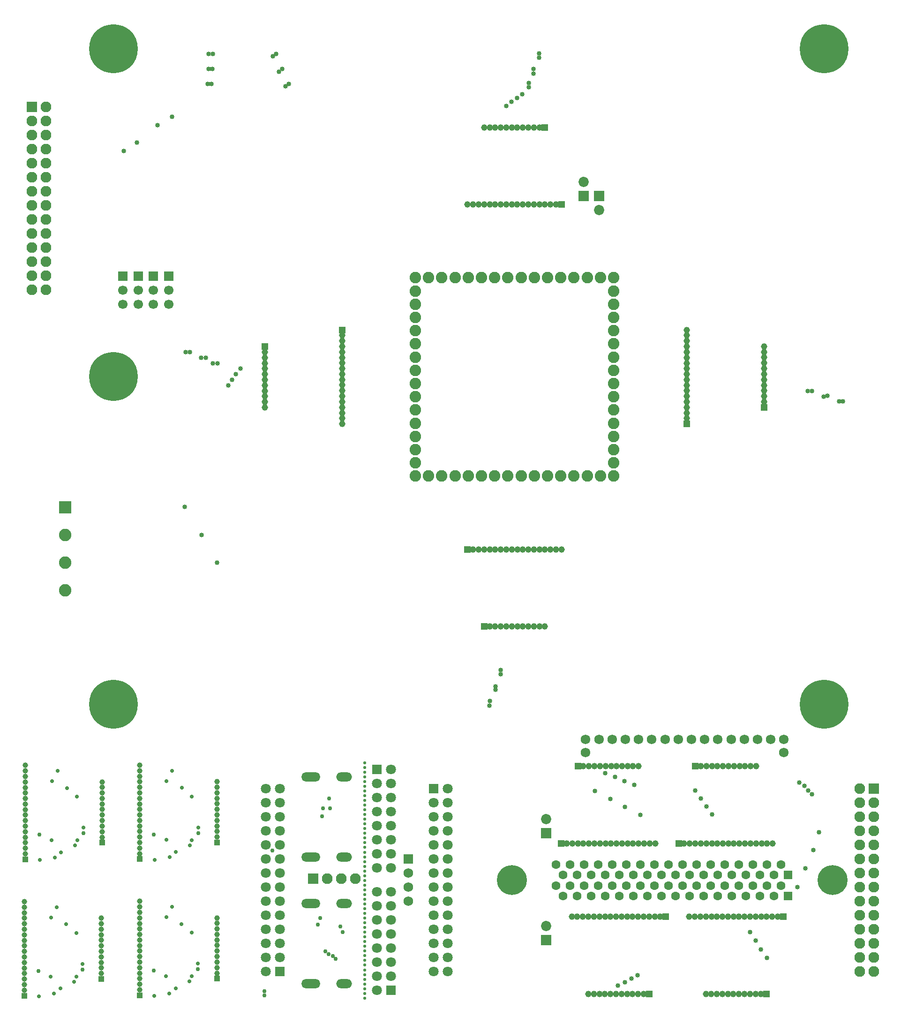
<source format=gbs>
G04*
G04 #@! TF.GenerationSoftware,Altium Limited,Altium Designer,20.0.14 (345)*
G04*
G04 Layer_Color=16711935*
%FSLAX25Y25*%
%MOIN*%
G70*
G01*
G75*
%ADD48C,0.07677*%
%ADD74C,0.02165*%
%ADD75C,0.06791*%
%ADD76C,0.03937*%
%ADD77R,0.03937X0.03937*%
%ADD78C,0.02756*%
%ADD79C,0.02953*%
%ADD80C,0.04528*%
%ADD81R,0.04528X0.04528*%
%ADD82C,0.07284*%
%ADD83R,0.07284X0.07284*%
%ADD84C,0.07677*%
%ADD85R,0.07677X0.07677*%
%ADD86R,0.06331X0.06331*%
%ADD87C,0.21260*%
%ADD88C,0.06331*%
%ADD89C,0.03347*%
%ADD90C,0.06890*%
%ADD91R,0.06890X0.06890*%
%ADD92C,0.07087*%
%ADD93R,0.07087X0.07087*%
%ADD94R,0.07677X0.07677*%
%ADD95O,0.13583X0.06496*%
%ADD96O,0.11221X0.06496*%
%ADD97C,0.08858*%
%ADD98R,0.08858X0.08858*%
%ADD99R,0.04528X0.04528*%
%ADD100C,0.08181*%
%ADD101R,0.06693X0.06693*%
%ADD102C,0.06693*%
%ADD103C,0.34646*%
D48*
X239266Y85688D02*
D03*
X229266D02*
D03*
X219266D02*
D03*
D74*
X246000Y10917D02*
D03*
Y7571D02*
D03*
Y4224D02*
D03*
Y878D02*
D03*
Y168201D02*
D03*
Y164854D02*
D03*
Y161508D02*
D03*
Y158161D02*
D03*
Y154815D02*
D03*
Y151469D02*
D03*
Y148122D02*
D03*
Y144776D02*
D03*
Y141429D02*
D03*
Y138083D02*
D03*
Y134736D02*
D03*
D03*
D03*
Y131390D02*
D03*
Y128043D02*
D03*
Y74500D02*
D03*
Y77846D02*
D03*
Y81193D02*
D03*
Y84539D02*
D03*
Y87886D02*
D03*
Y91232D02*
D03*
Y94579D02*
D03*
Y97925D02*
D03*
Y101272D02*
D03*
Y104618D02*
D03*
Y107965D02*
D03*
Y111311D02*
D03*
Y114657D02*
D03*
Y118004D02*
D03*
Y121350D02*
D03*
Y124697D02*
D03*
Y30996D02*
D03*
Y27650D02*
D03*
Y24303D02*
D03*
Y20957D02*
D03*
Y17610D02*
D03*
Y14264D02*
D03*
Y10917D02*
D03*
Y34343D02*
D03*
Y37689D02*
D03*
Y41035D02*
D03*
D03*
D03*
Y44382D02*
D03*
Y47728D02*
D03*
Y51075D02*
D03*
Y54421D02*
D03*
Y57768D02*
D03*
Y61114D02*
D03*
Y64461D02*
D03*
Y67807D02*
D03*
Y71153D02*
D03*
Y74500D02*
D03*
D75*
X515988Y184734D02*
D03*
X450188D02*
D03*
X412588D02*
D03*
X544188D02*
D03*
X506588D02*
D03*
X478388D02*
D03*
X544188Y175334D02*
D03*
X403188Y184734D02*
D03*
X440788D02*
D03*
X431388D02*
D03*
X421988D02*
D03*
X468988D02*
D03*
X459588D02*
D03*
X497188D02*
D03*
X487788D02*
D03*
X534788D02*
D03*
X525388D02*
D03*
X403188Y175334D02*
D03*
D76*
X86241Y166513D02*
D03*
Y162576D02*
D03*
Y158593D02*
D03*
Y154656D02*
D03*
Y150719D02*
D03*
Y146782D02*
D03*
Y138908D02*
D03*
Y142845D02*
D03*
Y103566D02*
D03*
Y107503D02*
D03*
Y111440D02*
D03*
Y115377D02*
D03*
Y119314D02*
D03*
Y123251D02*
D03*
Y127188D02*
D03*
Y131125D02*
D03*
Y135062D02*
D03*
X141158Y150742D02*
D03*
Y154679D02*
D03*
Y115400D02*
D03*
Y119336D02*
D03*
Y123274D02*
D03*
Y127210D02*
D03*
Y131148D02*
D03*
Y135084D02*
D03*
Y139022D02*
D03*
Y142959D02*
D03*
Y146896D02*
D03*
X4588Y166403D02*
D03*
Y162467D02*
D03*
Y158484D02*
D03*
Y154547D02*
D03*
Y150610D02*
D03*
Y146673D02*
D03*
Y138799D02*
D03*
Y142736D02*
D03*
Y103457D02*
D03*
Y107394D02*
D03*
Y111331D02*
D03*
Y115268D02*
D03*
Y119205D02*
D03*
Y123142D02*
D03*
Y127079D02*
D03*
Y131016D02*
D03*
Y134953D02*
D03*
X59505Y150633D02*
D03*
Y154570D02*
D03*
Y115290D02*
D03*
Y119227D02*
D03*
Y123164D02*
D03*
Y127101D02*
D03*
Y131038D02*
D03*
Y134975D02*
D03*
Y138912D02*
D03*
Y142849D02*
D03*
Y146786D02*
D03*
X3964Y69485D02*
D03*
Y65548D02*
D03*
Y61566D02*
D03*
Y57628D02*
D03*
Y53691D02*
D03*
Y49754D02*
D03*
Y41880D02*
D03*
Y45817D02*
D03*
Y6538D02*
D03*
Y10475D02*
D03*
Y14412D02*
D03*
Y18349D02*
D03*
Y22286D02*
D03*
Y26223D02*
D03*
Y30160D02*
D03*
Y34097D02*
D03*
Y38034D02*
D03*
X58881Y53714D02*
D03*
Y57651D02*
D03*
Y18372D02*
D03*
Y22309D02*
D03*
Y26246D02*
D03*
Y30183D02*
D03*
Y34120D02*
D03*
Y38057D02*
D03*
Y41994D02*
D03*
Y45931D02*
D03*
Y49868D02*
D03*
X86033Y69737D02*
D03*
Y65800D02*
D03*
Y61818D02*
D03*
Y57881D02*
D03*
Y53944D02*
D03*
Y50007D02*
D03*
Y42133D02*
D03*
Y46070D02*
D03*
Y6790D02*
D03*
Y10727D02*
D03*
Y14664D02*
D03*
Y18601D02*
D03*
Y22538D02*
D03*
Y26475D02*
D03*
Y30412D02*
D03*
Y34349D02*
D03*
Y38286D02*
D03*
X140950Y53966D02*
D03*
Y57903D02*
D03*
Y18624D02*
D03*
Y22561D02*
D03*
Y26498D02*
D03*
Y30435D02*
D03*
Y34372D02*
D03*
Y38309D02*
D03*
Y42246D02*
D03*
Y46183D02*
D03*
Y50120D02*
D03*
D77*
X86241Y99629D02*
D03*
X141158Y111462D02*
D03*
X4588Y99520D02*
D03*
X59505Y111353D02*
D03*
X3964Y2601D02*
D03*
X58881Y14435D02*
D03*
X86033Y2853D02*
D03*
X140950Y14687D02*
D03*
D78*
X105241Y155078D02*
D03*
X109241Y162578D02*
D03*
X123241Y113078D02*
D03*
X116044Y150381D02*
D03*
X105098Y113318D02*
D03*
X96741Y99235D02*
D03*
X111886Y104723D02*
D03*
X107272Y101047D02*
D03*
X121741Y109578D02*
D03*
X127741Y122078D02*
D03*
X123217Y144243D02*
D03*
X23588Y154968D02*
D03*
X27588Y162468D02*
D03*
X41588Y112968D02*
D03*
X34391Y150272D02*
D03*
X23446Y113209D02*
D03*
X15088Y99126D02*
D03*
X30234Y104614D02*
D03*
X25619Y100937D02*
D03*
X40088Y109468D02*
D03*
X46088Y121968D02*
D03*
X41564Y144133D02*
D03*
X22964Y58050D02*
D03*
X26964Y65550D02*
D03*
X40964Y16050D02*
D03*
X33767Y53353D02*
D03*
X22822Y16290D02*
D03*
X14464Y2207D02*
D03*
X29610Y7695D02*
D03*
X24995Y4019D02*
D03*
X39464Y12550D02*
D03*
X45464Y25050D02*
D03*
X40940Y47215D02*
D03*
X105033Y58302D02*
D03*
X109033Y65802D02*
D03*
X123033Y16302D02*
D03*
X115836Y53605D02*
D03*
X104891Y16542D02*
D03*
X96533Y2459D02*
D03*
X111678Y7948D02*
D03*
X107064Y4271D02*
D03*
X121533Y12802D02*
D03*
X127533Y25302D02*
D03*
X123009Y47467D02*
D03*
D79*
X96241Y117078D02*
D03*
X127741Y118078D02*
D03*
X14588Y116968D02*
D03*
X46088Y117968D02*
D03*
X13964Y20050D02*
D03*
X45464Y21050D02*
D03*
X174766Y2688D02*
D03*
Y5688D02*
D03*
X215766Y130188D02*
D03*
X220766Y142688D02*
D03*
X221266Y135688D02*
D03*
X212766Y53188D02*
D03*
X214266Y57688D02*
D03*
X180266Y105707D02*
D03*
X225266Y28688D02*
D03*
X223266Y30688D02*
D03*
X220266Y32188D02*
D03*
X218050Y33971D02*
D03*
X228766Y51688D02*
D03*
X230266Y47688D02*
D03*
X216266Y135688D02*
D03*
X96033Y20302D02*
D03*
X127533Y21302D02*
D03*
D80*
X452676Y110724D02*
D03*
X448739D02*
D03*
X444756D02*
D03*
X440819D02*
D03*
X436882D02*
D03*
X432945D02*
D03*
X425071D02*
D03*
X429008D02*
D03*
X389729D02*
D03*
X393666D02*
D03*
X397603D02*
D03*
X401540D02*
D03*
X405477D02*
D03*
X409414D02*
D03*
X413351D02*
D03*
X417288D02*
D03*
X421225D02*
D03*
X436905Y165641D02*
D03*
X440842D02*
D03*
X401562D02*
D03*
X405500D02*
D03*
X409437D02*
D03*
X413374D02*
D03*
X417310D02*
D03*
X421247D02*
D03*
X425184D02*
D03*
X429121D02*
D03*
X433059D02*
D03*
X496409Y3765D02*
D03*
X500346D02*
D03*
X504283D02*
D03*
X508220D02*
D03*
X512157D02*
D03*
X516094D02*
D03*
X520031D02*
D03*
X523968D02*
D03*
X527905D02*
D03*
X488625D02*
D03*
X492562D02*
D03*
X508243Y58683D02*
D03*
X512180D02*
D03*
X516117D02*
D03*
X520054D02*
D03*
X523991D02*
D03*
X527928D02*
D03*
X531865D02*
D03*
X535802D02*
D03*
X539739D02*
D03*
X500459D02*
D03*
X504396D02*
D03*
X496522D02*
D03*
X492585D02*
D03*
X488648D02*
D03*
X484711D02*
D03*
X480729D02*
D03*
X476792D02*
D03*
X536176Y110724D02*
D03*
X532239D02*
D03*
X528256D02*
D03*
X524319D02*
D03*
X520382D02*
D03*
X516445D02*
D03*
X508571D02*
D03*
X512508D02*
D03*
X473229D02*
D03*
X477166D02*
D03*
X481103D02*
D03*
X485040D02*
D03*
X488977D02*
D03*
X492914D02*
D03*
X496851D02*
D03*
X500788D02*
D03*
X504725D02*
D03*
X520405Y165641D02*
D03*
X524342D02*
D03*
X485063D02*
D03*
X489000D02*
D03*
X492937D02*
D03*
X496874D02*
D03*
X500810D02*
D03*
X504747D02*
D03*
X508684D02*
D03*
X512621D02*
D03*
X516559D02*
D03*
X412909Y3724D02*
D03*
X416846D02*
D03*
X420783D02*
D03*
X424720D02*
D03*
X428657D02*
D03*
X432594D02*
D03*
X436531D02*
D03*
X440468D02*
D03*
X444405D02*
D03*
X405125D02*
D03*
X409062D02*
D03*
X424743Y58641D02*
D03*
X428680D02*
D03*
X432617D02*
D03*
X436554D02*
D03*
X440491D02*
D03*
X444428D02*
D03*
X448365D02*
D03*
X452302D02*
D03*
X456239D02*
D03*
X416959D02*
D03*
X420896D02*
D03*
X413022D02*
D03*
X409085D02*
D03*
X405148D02*
D03*
X401211D02*
D03*
X397229D02*
D03*
X393292D02*
D03*
X319161Y565016D02*
D03*
X323097D02*
D03*
X327080D02*
D03*
X331017D02*
D03*
X334954D02*
D03*
X338891D02*
D03*
X346765D02*
D03*
X342828D02*
D03*
X382107D02*
D03*
X378170D02*
D03*
X374233D02*
D03*
X370296D02*
D03*
X366359D02*
D03*
X362422D02*
D03*
X358485D02*
D03*
X354548D02*
D03*
X350611D02*
D03*
X334931Y619934D02*
D03*
X330994D02*
D03*
X370274D02*
D03*
X366337D02*
D03*
X362400D02*
D03*
X358463D02*
D03*
X354526D02*
D03*
X350589D02*
D03*
X346652D02*
D03*
X342715D02*
D03*
X338778D02*
D03*
X175144Y428650D02*
D03*
Y432587D02*
D03*
Y436524D02*
D03*
Y440461D02*
D03*
Y444398D02*
D03*
Y448335D02*
D03*
Y452272D02*
D03*
Y456209D02*
D03*
Y460146D02*
D03*
Y420866D02*
D03*
Y424803D02*
D03*
X230061Y440484D02*
D03*
Y444421D02*
D03*
Y448358D02*
D03*
Y452295D02*
D03*
Y456232D02*
D03*
Y460169D02*
D03*
Y464106D02*
D03*
Y468043D02*
D03*
Y471980D02*
D03*
Y432700D02*
D03*
Y436637D02*
D03*
Y428763D02*
D03*
Y424826D02*
D03*
Y420889D02*
D03*
Y416952D02*
D03*
Y412970D02*
D03*
Y409033D02*
D03*
X475144Y475917D02*
D03*
Y471980D02*
D03*
Y467998D02*
D03*
Y464060D02*
D03*
Y460123D02*
D03*
Y456186D02*
D03*
Y448312D02*
D03*
Y452249D02*
D03*
Y412970D02*
D03*
Y416907D02*
D03*
Y420844D02*
D03*
Y424781D02*
D03*
Y428718D02*
D03*
Y432655D02*
D03*
Y436592D02*
D03*
Y440529D02*
D03*
Y444466D02*
D03*
X530061Y460146D02*
D03*
Y464083D02*
D03*
Y424804D02*
D03*
Y428741D02*
D03*
Y432678D02*
D03*
Y436615D02*
D03*
Y440552D02*
D03*
Y444489D02*
D03*
Y448426D02*
D03*
Y452363D02*
D03*
Y456300D02*
D03*
X366427Y265016D02*
D03*
X362490D02*
D03*
X358553D02*
D03*
X354616D02*
D03*
X350679D02*
D03*
X346742D02*
D03*
X342805D02*
D03*
X338868D02*
D03*
X334931D02*
D03*
X374211D02*
D03*
X370274D02*
D03*
X354594Y319934D02*
D03*
X350657D02*
D03*
X346720D02*
D03*
X342783D02*
D03*
X338846D02*
D03*
X334909D02*
D03*
X330972D02*
D03*
X327034D02*
D03*
X323097D02*
D03*
X362377D02*
D03*
X358440D02*
D03*
X366314D02*
D03*
X370251D02*
D03*
X374188D02*
D03*
X378125D02*
D03*
X382107D02*
D03*
X386044D02*
D03*
D81*
X385792Y110724D02*
D03*
X397625Y165641D02*
D03*
X531842Y3765D02*
D03*
X543676Y58683D02*
D03*
X469292Y110724D02*
D03*
X481125Y165641D02*
D03*
X448342Y3724D02*
D03*
X460176Y58641D02*
D03*
X386044Y565016D02*
D03*
X374211Y619934D02*
D03*
X330994Y265016D02*
D03*
X319161Y319934D02*
D03*
D82*
X375234Y128182D02*
D03*
Y52183D02*
D03*
X401602Y580975D02*
D03*
X412602Y560975D02*
D03*
D83*
X375234Y118183D02*
D03*
Y42182D02*
D03*
X401602Y570975D02*
D03*
X412602D02*
D03*
D84*
X598234Y39682D02*
D03*
X608234D02*
D03*
X598234Y49683D02*
D03*
X608234D02*
D03*
X598234Y69683D02*
D03*
X608234D02*
D03*
X598234Y89683D02*
D03*
X608234D02*
D03*
X598234Y119683D02*
D03*
X608234D02*
D03*
X598234Y129683D02*
D03*
X608234D02*
D03*
X598234Y149682D02*
D03*
X608234Y139682D02*
D03*
X598234D02*
D03*
X608234Y109683D02*
D03*
X598234D02*
D03*
X608234Y99682D02*
D03*
X598234D02*
D03*
X608234Y79682D02*
D03*
X598234D02*
D03*
X608234Y59683D02*
D03*
X598234D02*
D03*
X608234Y29682D02*
D03*
Y19682D02*
D03*
X598234Y29682D02*
D03*
Y19682D02*
D03*
X19382Y524491D02*
D03*
X9382D02*
D03*
X19382Y534491D02*
D03*
X9382D02*
D03*
X19382Y554491D02*
D03*
X9382D02*
D03*
X19382Y574491D02*
D03*
X9382D02*
D03*
X19382Y604491D02*
D03*
X9382D02*
D03*
X19382Y614491D02*
D03*
X9382D02*
D03*
X19382Y634491D02*
D03*
X9382Y624491D02*
D03*
X19382D02*
D03*
X9382Y594491D02*
D03*
X19382D02*
D03*
X9382Y584491D02*
D03*
X19382D02*
D03*
X9382Y564491D02*
D03*
X19382D02*
D03*
X9382Y544491D02*
D03*
X19382D02*
D03*
X9382Y514491D02*
D03*
Y504491D02*
D03*
X19382Y514491D02*
D03*
Y504491D02*
D03*
D85*
X608234Y149682D02*
D03*
X9382Y634491D02*
D03*
D86*
X547234Y73432D02*
D03*
Y88433D02*
D03*
D87*
X578730Y84683D02*
D03*
X350738D02*
D03*
D88*
X537234Y73432D02*
D03*
X527234D02*
D03*
X517234D02*
D03*
X507234D02*
D03*
X497234D02*
D03*
X487234D02*
D03*
X477234D02*
D03*
X467234D02*
D03*
X457234D02*
D03*
X447234D02*
D03*
X437234D02*
D03*
X427234D02*
D03*
X417234D02*
D03*
X407234D02*
D03*
X397234D02*
D03*
X387234D02*
D03*
X542234Y80932D02*
D03*
X532234D02*
D03*
X522234D02*
D03*
X512234D02*
D03*
X502234D02*
D03*
X492234D02*
D03*
X482234D02*
D03*
X472234D02*
D03*
X462234D02*
D03*
X452234D02*
D03*
X442234D02*
D03*
X432234D02*
D03*
X422234D02*
D03*
X412234D02*
D03*
X402234D02*
D03*
X392234D02*
D03*
X382234D02*
D03*
X537234Y88433D02*
D03*
X527234D02*
D03*
X517234D02*
D03*
X507234D02*
D03*
X497234D02*
D03*
X487234D02*
D03*
X477234D02*
D03*
X467234D02*
D03*
X457234D02*
D03*
X447234D02*
D03*
X437234D02*
D03*
X427234D02*
D03*
X417234D02*
D03*
X407234D02*
D03*
X397234D02*
D03*
X387234D02*
D03*
X542234Y95933D02*
D03*
X532234D02*
D03*
X522234D02*
D03*
X512234D02*
D03*
X502234D02*
D03*
X492234D02*
D03*
X482234D02*
D03*
X472234D02*
D03*
X462234D02*
D03*
X452234D02*
D03*
X442234D02*
D03*
X432234D02*
D03*
X422234D02*
D03*
X412234D02*
D03*
X402234D02*
D03*
X392234D02*
D03*
X382234D02*
D03*
D89*
X569234Y118683D02*
D03*
X564915Y106226D02*
D03*
X553734Y79682D02*
D03*
X559324Y93273D02*
D03*
X520031Y47885D02*
D03*
X523968Y41948D02*
D03*
X527905Y35511D02*
D03*
X532126Y29574D02*
D03*
X558734Y151682D02*
D03*
X564234Y145683D02*
D03*
X561310Y148606D02*
D03*
X555009Y154188D02*
D03*
X409734Y148182D02*
D03*
X420734Y142527D02*
D03*
X431234Y136894D02*
D03*
X442234Y131183D02*
D03*
X481007Y148409D02*
D03*
X489005Y137001D02*
D03*
X485236Y142684D02*
D03*
X493110Y131307D02*
D03*
X435734Y14683D02*
D03*
X440234Y17183D02*
D03*
X431234Y12183D02*
D03*
X426188Y9651D02*
D03*
X417234Y160682D02*
D03*
X424147Y158040D02*
D03*
X437624Y152521D02*
D03*
X430702Y155214D02*
D03*
X118102Y349975D02*
D03*
X130102Y329975D02*
D03*
X141102Y310475D02*
D03*
X84102Y608975D02*
D03*
X74602Y602975D02*
D03*
X138102Y452272D02*
D03*
X133102Y455975D02*
D03*
X121602Y459975D02*
D03*
X335102Y211975D02*
D03*
X339102Y222475D02*
D03*
X342602Y233975D02*
D03*
X583463Y424979D02*
D03*
X572308Y428335D02*
D03*
X561102Y432475D02*
D03*
X366102Y661475D02*
D03*
X366193Y657975D02*
D03*
X370104Y669475D02*
D03*
X362644Y648389D02*
D03*
X362602Y651475D02*
D03*
X189602Y648975D02*
D03*
X180602Y670475D02*
D03*
X185102Y659475D02*
D03*
X136921Y650794D02*
D03*
X138113Y671971D02*
D03*
X137602Y661475D02*
D03*
X141305Y452272D02*
D03*
X118602Y459975D02*
D03*
X354449Y640821D02*
D03*
X98847Y621475D02*
D03*
X109102Y627475D02*
D03*
X154461Y444475D02*
D03*
X157602Y448475D02*
D03*
X151839Y440475D02*
D03*
X149102Y436475D02*
D03*
X129602Y455975D02*
D03*
X346602Y634975D02*
D03*
X350516Y638061D02*
D03*
X358102Y643475D02*
D03*
X342619Y231137D02*
D03*
X586102Y424975D02*
D03*
X575102Y428975D02*
D03*
X334890Y208763D02*
D03*
X339102Y219975D02*
D03*
X135102Y661384D02*
D03*
X134421Y650794D02*
D03*
X135102Y671975D02*
D03*
X183148D02*
D03*
X187535Y661384D02*
D03*
X191921Y650794D02*
D03*
X564102Y432475D02*
D03*
X370102Y672475D02*
D03*
D90*
X277234Y69812D02*
D03*
Y79812D02*
D03*
Y89812D02*
D03*
D91*
Y99812D02*
D03*
D92*
X254734Y76312D02*
D03*
Y66312D02*
D03*
X264734Y76312D02*
D03*
Y66312D02*
D03*
X254734Y36312D02*
D03*
X264734D02*
D03*
X254734Y26312D02*
D03*
X264734D02*
D03*
X254734Y6312D02*
D03*
X264734Y16312D02*
D03*
X254734D02*
D03*
X264734Y46312D02*
D03*
X254734D02*
D03*
X264734Y56312D02*
D03*
X254734D02*
D03*
X305234Y39812D02*
D03*
X295234D02*
D03*
X305234Y49812D02*
D03*
X295234D02*
D03*
X305234Y69812D02*
D03*
X295234D02*
D03*
X305234Y89812D02*
D03*
X295234D02*
D03*
X305234Y119812D02*
D03*
X295234D02*
D03*
X305234Y129812D02*
D03*
X295234D02*
D03*
X305234Y149812D02*
D03*
X295234Y139812D02*
D03*
X305234D02*
D03*
X295234Y109812D02*
D03*
X305234D02*
D03*
X295234Y99812D02*
D03*
X305234D02*
D03*
X295234Y79812D02*
D03*
X305234D02*
D03*
X295234Y59812D02*
D03*
X305234D02*
D03*
X295234Y29812D02*
D03*
Y19812D02*
D03*
X305234Y29812D02*
D03*
Y19812D02*
D03*
X264734Y113312D02*
D03*
X254734D02*
D03*
X264734Y123312D02*
D03*
X254734D02*
D03*
X264734Y153312D02*
D03*
X254734D02*
D03*
X264734Y163312D02*
D03*
X254734Y143312D02*
D03*
X264734D02*
D03*
X254734Y133312D02*
D03*
X264734D02*
D03*
X254734Y103312D02*
D03*
Y93312D02*
D03*
X264734Y103312D02*
D03*
Y93312D02*
D03*
X175766Y129688D02*
D03*
X185766D02*
D03*
X175766Y119688D02*
D03*
X185766D02*
D03*
X175766Y99688D02*
D03*
X185766D02*
D03*
X175766Y79688D02*
D03*
X185766D02*
D03*
X175766Y49688D02*
D03*
X185766D02*
D03*
X175766Y39688D02*
D03*
X185766D02*
D03*
X175766Y19688D02*
D03*
X185766Y29688D02*
D03*
X175766D02*
D03*
X185766Y59688D02*
D03*
X175766D02*
D03*
X185766Y69688D02*
D03*
X175766D02*
D03*
X185766Y89688D02*
D03*
X175766D02*
D03*
X185766Y109688D02*
D03*
X175766D02*
D03*
X185766Y139688D02*
D03*
Y149688D02*
D03*
X175766Y139688D02*
D03*
Y149688D02*
D03*
D93*
X264734Y6312D02*
D03*
X295234Y149812D02*
D03*
X254734Y163312D02*
D03*
X185766Y19688D02*
D03*
D94*
X209266Y85688D02*
D03*
D95*
X207802Y11144D02*
D03*
Y68231D02*
D03*
Y101144D02*
D03*
Y158231D02*
D03*
D96*
X231266Y11144D02*
D03*
Y68231D02*
D03*
Y101144D02*
D03*
Y158231D02*
D03*
D97*
X33102Y290790D02*
D03*
Y330160D02*
D03*
Y310475D02*
D03*
D98*
Y349845D02*
D03*
D99*
X175144Y464083D02*
D03*
X230061Y475917D02*
D03*
X475144Y409033D02*
D03*
X530061Y420867D02*
D03*
D100*
X282102Y418975D02*
D03*
Y381375D02*
D03*
X376102Y512975D02*
D03*
X413702D02*
D03*
X282102D02*
D03*
Y475375D02*
D03*
Y447175D02*
D03*
X319702Y512975D02*
D03*
X347902D02*
D03*
X423102Y418975D02*
D03*
Y381375D02*
D03*
Y512975D02*
D03*
Y475375D02*
D03*
Y447175D02*
D03*
X385502Y512975D02*
D03*
X394902D02*
D03*
X404302D02*
D03*
X357302D02*
D03*
X366702D02*
D03*
X329102D02*
D03*
X338502D02*
D03*
X291502D02*
D03*
X300902D02*
D03*
X310302D02*
D03*
X376102Y371975D02*
D03*
X413702D02*
D03*
X282102D02*
D03*
X319702D02*
D03*
X347902D02*
D03*
X282102Y409575D02*
D03*
Y400175D02*
D03*
Y390775D02*
D03*
Y437775D02*
D03*
Y428375D02*
D03*
Y465975D02*
D03*
Y456575D02*
D03*
Y503575D02*
D03*
Y494175D02*
D03*
Y484775D02*
D03*
X423102Y371975D02*
D03*
X385502D02*
D03*
X394902D02*
D03*
X404302D02*
D03*
X357302D02*
D03*
X366702D02*
D03*
X329102D02*
D03*
X338502D02*
D03*
X291502D02*
D03*
X300902D02*
D03*
X310302D02*
D03*
X423102Y409575D02*
D03*
Y400175D02*
D03*
Y390775D02*
D03*
Y437775D02*
D03*
Y428375D02*
D03*
Y465975D02*
D03*
Y456575D02*
D03*
Y503575D02*
D03*
Y494175D02*
D03*
Y484775D02*
D03*
D101*
X74102Y513975D02*
D03*
X84936D02*
D03*
X95769D02*
D03*
X106602D02*
D03*
D102*
X74102Y503975D02*
D03*
Y493975D02*
D03*
X84936Y503975D02*
D03*
Y493975D02*
D03*
X95769Y503975D02*
D03*
Y493975D02*
D03*
X106602Y503975D02*
D03*
Y493975D02*
D03*
D103*
X572724Y209648D02*
D03*
X67512D02*
D03*
Y442719D02*
D03*
Y675790D02*
D03*
X572724D02*
D03*
M02*

</source>
